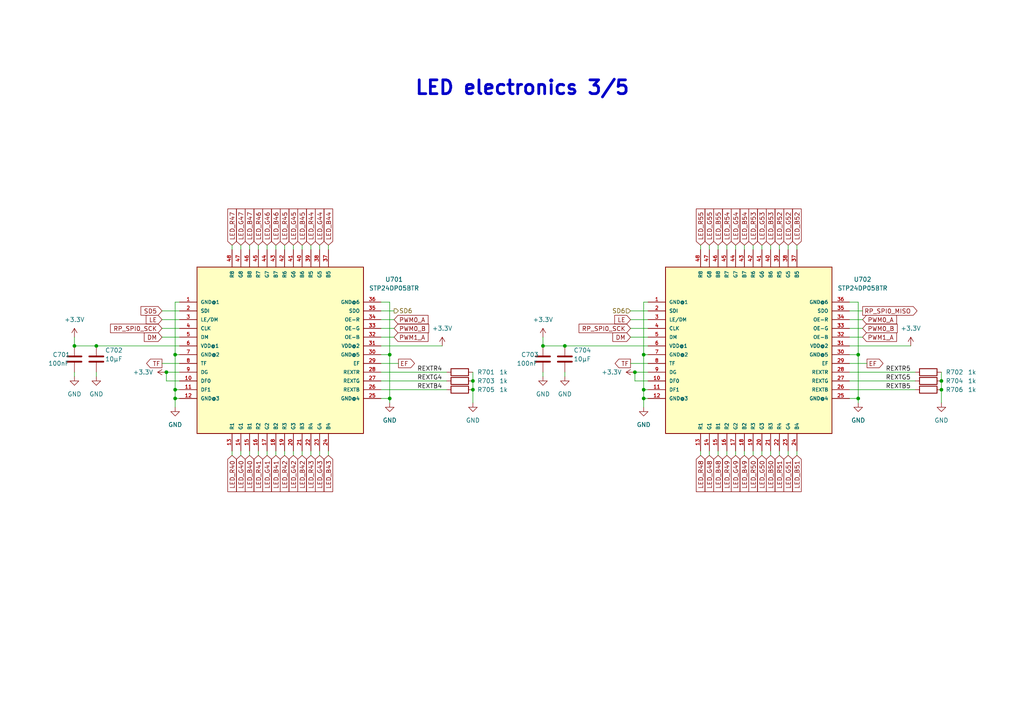
<source format=kicad_sch>
(kicad_sch (version 20231120) (generator "eeschema") (generator_version "8.0")
  (paper "A4")
  (lib_symbols
    (symbol "Device:C" (pin_numbers hide) (pin_names (offset 0.254))
      (property "Reference" "C" (at 0.635 2.54 0))
      (property "Value" "C" (at 0.635 -2.54 0))
      (symbol "C_0_1"
        (polyline (pts (xy -2.032 -0.762) (xy 2.032 -0.762)) (stroke (width 0.508)))
        (polyline (pts (xy -2.032 0.762) (xy 2.032 0.762)) (stroke (width 0.508)))
      )
      (symbol "C_1_1"
        (pin passive line (at 0 3.81 270) (length 2.794) (name "~") (number "1"))
        (pin passive line (at 0 -3.81 90) (length 2.794) (name "~") (number "2"))
      )
    )
    (symbol "Device:R" (pin_numbers hide) (pin_names (offset 0))
      (property "Reference" "R" (at 2.032 0 90))
      (property "Value" "R" (at 0 0 90))
      (symbol "R_0_1"
        (rectangle (start -1.016 -2.54) (end 1.016 2.54) (stroke (width 0.254)))
      )
      (symbol "R_1_1"
        (pin passive line (at 0 3.81 270) (length 1.27) (name "~") (number "1"))
        (pin passive line (at 0 -3.81 90) (length 1.27) (name "~") (number "2"))
      )
    )
    (symbol "STP24DP05BTR:STP24DP05BTR" (pin_names (offset 1.016))
      (property "Reference" "IC" (at -5.08 15.24 0))
      (property "Value" "STP24DP05BTR" (at -5.08 12.7 0))
      (symbol "STP24DP05BTR_0_0"
        (rectangle (start 5.08 -38.1) (end 53.34 10.16) (stroke (width 0.254)) (fill (type background)))
        (pin bidirectional line (at 0 0 0) (length 5.08) (name "GND@1") (number "1"))
        (pin bidirectional line (at 0 -22.86 0) (length 5.08) (name "DF0") (number "10"))
        (pin bidirectional line (at 0 -25.4 0) (length 5.08) (name "DF1") (number "11"))
        (pin bidirectional line (at 0 -27.94 0) (length 5.08) (name "GND@3") (number "12"))
        (pin bidirectional line (at 15.24 -43.18 90) (length 5.08) (name "R1") (number "13"))
        (pin bidirectional line (at 17.78 -43.18 90) (length 5.08) (name "G1") (number "14"))
        (pin bidirectional line (at 20.32 -43.18 90) (length 5.08) (name "B1") (number "15"))
        (pin bidirectional line (at 22.86 -43.18 90) (length 5.08) (name "R2") (number "16"))
        (pin bidirectional line (at 25.4 -43.18 90) (length 5.08) (name "G2") (number "17"))
        (pin bidirectional line (at 27.94 -43.18 90) (length 5.08) (name "B2") (number "18"))
        (pin bidirectional line (at 30.48 -43.18 90) (length 5.08) (name "R3") (number "19"))
        (pin bidirectional line (at 0 -2.54 0) (length 5.08) (name "SDI") (number "2"))
        (pin bidirectional line (at 33.02 -43.18 90) (length 5.08) (name "G3") (number "20"))
        (pin bidirectional line (at 35.56 -43.18 90) (length 5.08) (name "B3") (number "21"))
        (pin bidirectional line (at 38.1 -43.18 90) (length 5.08) (name "R4") (number "22"))
        (pin bidirectional line (at 40.64 -43.18 90) (length 5.08) (name "G4") (number "23"))
        (pin bidirectional line (at 43.18 -43.18 90) (length 5.08) (name "B4") (number "24"))
        (pin bidirectional line (at 58.42 -27.94 180) (length 5.08) (name "GND@4") (number "25"))
        (pin bidirectional line (at 58.42 -25.4 180) (length 5.08) (name "REXTB") (number "26"))
        (pin bidirectional line (at 58.42 -22.86 180) (length 5.08) (name "REXTG") (number "27"))
        (pin bidirectional line (at 58.42 -20.32 180) (length 5.08) (name "REXTR") (number "28"))
        (pin bidirectional line (at 58.42 -17.78 180) (length 5.08) (name "EF") (number "29"))
        (pin bidirectional line (at 0 -5.08 0) (length 5.08) (name "LE/DM") (number "3"))
        (pin bidirectional line (at 58.42 -15.24 180) (length 5.08) (name "GND@5") (number "30"))
        (pin bidirectional line (at 58.42 -12.7 180) (length 5.08) (name "VDD@2") (number "31"))
        (pin bidirectional line (at 58.42 -10.16 180) (length 5.08) (name "OE-B") (number "32"))
        (pin bidirectional line (at 58.42 -7.62 180) (length 5.08) (name "OE-G") (number "33"))
        (pin bidirectional line (at 58.42 -5.08 180) (length 5.08) (name "OE-R") (number "34"))
        (pin bidirectional line (at 58.42 -2.54 180) (length 5.08) (name "SDO") (number "35"))
        (pin bidirectional line (at 58.42 0 180) (length 5.08) (name "GND@6") (number "36"))
        (pin bidirectional line (at 43.18 15.24 270) (length 5.08) (name "B5") (number "37"))
        (pin bidirectional line (at 40.64 15.24 270) (length 5.08) (name "G5") (number "38"))
        (pin bidirectional line (at 38.1 15.24 270) (length 5.08) (name "R5") (number "39"))
        (pin bidirectional line (at 0 -7.62 0) (length 5.08) (name "CLK") (number "4"))
        (pin bidirectional line (at 35.56 15.24 270) (length 5.08) (name "B6") (number "40"))
        (pin bidirectional line (at 33.02 15.24 270) (length 5.08) (name "G6") (number "41"))
        (pin bidirectional line (at 30.48 15.24 270) (length 5.08) (name "R6") (number "42"))
        (pin bidirectional line (at 27.94 15.24 270) (length 5.08) (name "B7") (number "43"))
        (pin bidirectional line (at 25.4 15.24 270) (length 5.08) (name "G7") (number "44"))
        (pin bidirectional line (at 22.86 15.24 270) (length 5.08) (name "R7") (number "45"))
        (pin bidirectional line (at 20.32 15.24 270) (length 5.08) (name "B8") (number "46"))
        (pin bidirectional line (at 17.78 15.24 270) (length 5.08) (name "G8") (number "47"))
        (pin bidirectional line (at 15.24 15.24 270) (length 5.08) (name "R8") (number "48"))
        (pin bidirectional line (at 0 -10.16 0) (length 5.08) (name "DM") (number "5"))
        (pin bidirectional line (at 0 -12.7 0) (length 5.08) (name "VDD@1") (number "6"))
        (pin bidirectional line (at 0 -15.24 0) (length 5.08) (name "GND@2") (number "7"))
        (pin bidirectional line (at 0 -17.78 0) (length 5.08) (name "TF") (number "8"))
        (pin bidirectional line (at 0 -20.32 0) (length 5.08) (name "DG") (number "9"))
      )
    )
    (symbol "power:+3.3V" (power) (pin_names (offset 0))
      (property "Value" "+3.3V" (at 0 3.556 0))
      (symbol "+3.3V_0_1"
        (polyline (pts (xy -0.762 1.27) (xy 0 2.54)))
        (polyline (pts (xy 0 0) (xy 0 2.54)))
        (polyline (pts (xy 0 2.54) (xy 0.762 1.27)))
      )
      (symbol "+3.3V_1_1"
        (pin power_in line (at 0 0 90) (length 0) hide (name "+3.3V") (number "1"))
      )
    )
    (symbol "power:GND" (power) (pin_names (offset 0))
      (property "Value" "GND" (at 0 -3.81 0))
      (symbol "GND_0_1"
        (polyline (pts (xy 0 0) (xy 0 -1.27) (xy 1.27 -1.27) (xy 0 -2.54) (xy -1.27 -1.27) (xy 0 -1.27)))
      )
      (symbol "GND_1_1"
        (pin power_in line (at 0 0 270) (length 0) hide (name "GND") (number "1"))
      )
    )
  )
  (junction (at 50.8 102.87))
  (junction (at 27.94 100.33))
  (junction (at 21.59 100.33))
  (junction (at 163.83 100.33))
  (junction (at 50.8 113.03))
  (junction (at 273.05 113.03))
  (junction (at 137.16 113.03))
  (junction (at 184.15 107.95))
  (junction (at 113.03 115.57))
  (junction (at 48.26 107.95))
  (junction (at 248.92 115.57))
  (junction (at 186.69 115.57))
  (junction (at 186.69 102.87))
  (junction (at 113.03 102.87))
  (junction (at 50.8 115.57))
  (junction (at 137.16 110.49))
  (junction (at 248.92 102.87))
  (junction (at 157.48 100.33))
  (junction (at 186.69 113.03))
  (junction (at 273.05 110.49))
  (wire (pts (xy 186.69 87.63) (xy 186.69 102.87)))
  (wire (pts (xy 77.47 71.12) (xy 77.47 72.39)))
  (wire (pts (xy 82.55 130.81) (xy 82.55 132.08)))
  (wire (pts (xy 52.07 110.49) (xy 48.26 110.49)))
  (wire (pts (xy 182.88 92.71) (xy 187.96 92.71)))
  (wire (pts (xy 223.52 71.12) (xy 223.52 72.39)))
  (wire (pts (xy 90.17 71.12) (xy 90.17 72.39)))
  (wire (pts (xy 113.03 115.57) (xy 110.49 115.57)))
  (wire (pts (xy 163.83 100.33) (xy 187.96 100.33)))
  (wire (pts (xy 137.16 107.95) (xy 137.16 110.49)))
  (wire (pts (xy 46.99 97.79) (xy 52.07 97.79)))
  (wire (pts (xy 21.59 97.79) (xy 21.59 100.33)))
  (wire (pts (xy 137.16 113.03) (xy 137.16 116.84)))
  (wire (pts (xy 223.52 130.81) (xy 223.52 132.08)))
  (wire (pts (xy 46.99 90.17) (xy 52.07 90.17)))
  (wire (pts (xy 203.2 71.12) (xy 203.2 72.39)))
  (wire (pts (xy 220.98 130.81) (xy 220.98 132.08)))
  (wire (pts (xy 182.88 97.79) (xy 187.96 97.79)))
  (wire (pts (xy 208.28 71.12) (xy 208.28 72.39)))
  (wire (pts (xy 208.28 130.81) (xy 208.28 132.08)))
  (wire (pts (xy 113.03 115.57) (xy 113.03 116.84)))
  (wire (pts (xy 113.03 87.63) (xy 113.03 102.87)))
  (wire (pts (xy 113.03 102.87) (xy 113.03 115.57)))
  (wire (pts (xy 52.07 87.63) (xy 50.8 87.63)))
  (wire (pts (xy 72.39 130.81) (xy 72.39 132.08)))
  (wire (pts (xy 110.49 90.17) (xy 114.3 90.17)))
  (wire (pts (xy 46.99 105.41) (xy 52.07 105.41)))
  (wire (pts (xy 213.36 130.81) (xy 213.36 132.08)))
  (wire (pts (xy 110.49 95.25) (xy 114.3 95.25)))
  (wire (pts (xy 187.96 110.49) (xy 184.15 110.49)))
  (wire (pts (xy 82.55 71.12) (xy 82.55 72.39)))
  (wire (pts (xy 228.6 130.81) (xy 228.6 132.08)))
  (wire (pts (xy 218.44 71.12) (xy 218.44 72.39)))
  (wire (pts (xy 220.98 71.12) (xy 220.98 72.39)))
  (wire (pts (xy 110.49 87.63) (xy 113.03 87.63)))
  (wire (pts (xy 90.17 130.81) (xy 90.17 132.08)))
  (wire (pts (xy 157.48 107.95) (xy 157.48 109.22)))
  (wire (pts (xy 69.85 71.12) (xy 69.85 72.39)))
  (wire (pts (xy 113.03 102.87) (xy 110.49 102.87)))
  (wire (pts (xy 205.74 130.81) (xy 205.74 132.08)))
  (wire (pts (xy 87.63 130.81) (xy 87.63 132.08)))
  (wire (pts (xy 92.71 130.81) (xy 92.71 132.08)))
  (wire (pts (xy 110.49 107.95) (xy 129.54 107.95)))
  (wire (pts (xy 110.49 113.03) (xy 129.54 113.03)))
  (wire (pts (xy 246.38 110.49) (xy 265.43 110.49)))
  (wire (pts (xy 72.39 71.12) (xy 72.39 72.39)))
  (wire (pts (xy 74.93 71.12) (xy 74.93 72.39)))
  (wire (pts (xy 273.05 110.49) (xy 273.05 113.03)))
  (wire (pts (xy 85.09 71.12) (xy 85.09 72.39)))
  (wire (pts (xy 46.99 95.25) (xy 52.07 95.25)))
  (wire (pts (xy 231.14 130.81) (xy 231.14 132.08)))
  (wire (pts (xy 137.16 110.49) (xy 137.16 113.03)))
  (wire (pts (xy 215.9 130.81) (xy 215.9 132.08)))
  (wire (pts (xy 67.31 71.12) (xy 67.31 72.39)))
  (wire (pts (xy 246.38 95.25) (xy 250.19 95.25)))
  (wire (pts (xy 50.8 87.63) (xy 50.8 102.87)))
  (wire (pts (xy 246.38 100.33) (xy 264.16 100.33)))
  (wire (pts (xy 50.8 113.03) (xy 52.07 113.03)))
  (wire (pts (xy 46.99 92.71) (xy 52.07 92.71)))
  (wire (pts (xy 248.92 102.87) (xy 248.92 115.57)))
  (wire (pts (xy 182.88 95.25) (xy 187.96 95.25)))
  (wire (pts (xy 246.38 92.71) (xy 250.19 92.71)))
  (wire (pts (xy 163.83 107.95) (xy 163.83 109.22)))
  (wire (pts (xy 21.59 107.95) (xy 21.59 109.22)))
  (wire (pts (xy 246.38 97.79) (xy 250.19 97.79)))
  (wire (pts (xy 186.69 102.87) (xy 187.96 102.87)))
  (wire (pts (xy 50.8 102.87) (xy 50.8 113.03)))
  (wire (pts (xy 110.49 100.33) (xy 128.27 100.33)))
  (wire (pts (xy 110.49 92.71) (xy 114.3 92.71)))
  (wire (pts (xy 50.8 102.87) (xy 52.07 102.87)))
  (wire (pts (xy 48.26 107.95) (xy 52.07 107.95)))
  (wire (pts (xy 246.38 113.03) (xy 265.43 113.03)))
  (wire (pts (xy 248.92 115.57) (xy 248.92 116.84)))
  (wire (pts (xy 80.01 71.12) (xy 80.01 72.39)))
  (wire (pts (xy 228.6 71.12) (xy 228.6 72.39)))
  (wire (pts (xy 48.26 110.49) (xy 48.26 107.95)))
  (wire (pts (xy 27.94 107.95) (xy 27.94 109.22)))
  (wire (pts (xy 27.94 100.33) (xy 52.07 100.33)))
  (wire (pts (xy 248.92 102.87) (xy 246.38 102.87)))
  (wire (pts (xy 246.38 90.17) (xy 250.19 90.17)))
  (wire (pts (xy 248.92 87.63) (xy 248.92 102.87)))
  (wire (pts (xy 87.63 71.12) (xy 87.63 72.39)))
  (wire (pts (xy 231.14 71.12) (xy 231.14 72.39)))
  (wire (pts (xy 184.15 110.49) (xy 184.15 107.95)))
  (wire (pts (xy 187.96 87.63) (xy 186.69 87.63)))
  (wire (pts (xy 92.71 71.12) (xy 92.71 72.39)))
  (wire (pts (xy 77.47 130.81) (xy 77.47 132.08)))
  (wire (pts (xy 226.06 130.81) (xy 226.06 132.08)))
  (wire (pts (xy 186.69 115.57) (xy 187.96 115.57)))
  (wire (pts (xy 203.2 130.81) (xy 203.2 132.08)))
  (wire (pts (xy 186.69 113.03) (xy 187.96 113.03)))
  (wire (pts (xy 74.93 130.81) (xy 74.93 132.08)))
  (wire (pts (xy 67.31 130.81) (xy 67.31 132.08)))
  (wire (pts (xy 246.38 105.41) (xy 251.46 105.41)))
  (wire (pts (xy 210.82 130.81) (xy 210.82 132.08)))
  (wire (pts (xy 80.01 130.81) (xy 80.01 132.08)))
  (wire (pts (xy 85.09 130.81) (xy 85.09 132.08)))
  (wire (pts (xy 215.9 71.12) (xy 215.9 72.39)))
  (wire (pts (xy 182.88 105.41) (xy 187.96 105.41)))
  (wire (pts (xy 157.48 97.79) (xy 157.48 100.33)))
  (wire (pts (xy 210.82 71.12) (xy 210.82 72.39)))
  (wire (pts (xy 95.25 71.12) (xy 95.25 72.39)))
  (wire (pts (xy 50.8 115.57) (xy 50.8 118.11)))
  (wire (pts (xy 186.69 113.03) (xy 186.69 115.57)))
  (wire (pts (xy 246.38 107.95) (xy 265.43 107.95)))
  (wire (pts (xy 157.48 100.33) (xy 163.83 100.33)))
  (wire (pts (xy 226.06 71.12) (xy 226.06 72.39)))
  (wire (pts (xy 213.36 71.12) (xy 213.36 72.39)))
  (wire (pts (xy 182.88 90.17) (xy 187.96 90.17)))
  (wire (pts (xy 50.8 115.57) (xy 52.07 115.57)))
  (wire (pts (xy 246.38 87.63) (xy 248.92 87.63)))
  (wire (pts (xy 110.49 105.41) (xy 115.57 105.41)))
  (wire (pts (xy 273.05 107.95) (xy 273.05 110.49)))
  (wire (pts (xy 110.49 97.79) (xy 114.3 97.79)))
  (wire (pts (xy 273.05 113.03) (xy 273.05 116.84)))
  (wire (pts (xy 186.69 115.57) (xy 186.69 118.11)))
  (wire (pts (xy 248.92 115.57) (xy 246.38 115.57)))
  (wire (pts (xy 50.8 113.03) (xy 50.8 115.57)))
  (wire (pts (xy 21.59 100.33) (xy 27.94 100.33)))
  (wire (pts (xy 186.69 102.87) (xy 186.69 113.03)))
  (wire (pts (xy 205.74 71.12) (xy 205.74 72.39)))
  (wire (pts (xy 95.25 130.81) (xy 95.25 132.08)))
  (wire (pts (xy 218.44 130.81) (xy 218.44 132.08)))
  (wire (pts (xy 69.85 130.81) (xy 69.85 132.08)))
  (wire (pts (xy 110.49 110.49) (xy 129.54 110.49)))
  (wire (pts (xy 184.15 107.95) (xy 187.96 107.95)))
  (text "LED electronics 3/5" (at 182.88 27.94 0) (effects (font (size 4 4) (thickness 0.8) (bold yes)) (justify right bottom)))
  (label "REXTB5" (at 264.16 113.03 180))
  (label "REXTG4" (at 128.27 110.49 180))
  (label "REXTG5" (at 264.16 110.49 180))
  (label "REXTB4" (at 128.27 113.03 180))
  (label "REXTR4" (at 128.27 107.95 180))
  (label "REXTR5" (at 264.16 107.95 180))
  (global_label "LED_R51" (shape input) (at 226.06 132.08 270) (property "Intersheetrefs" "${INTERSHEET_REFS}" (effects (hide yes))))
  (global_label "EF" (shape output) (at 251.46 105.41 0) (property "Intersheetrefs" "${INTERSHEET_REFS}" (effects (hide yes))))
  (global_label "RP_SPI0_SCK" (shape input) (at 182.88 95.25 180) (property "Intersheetrefs" "${INTERSHEET_REFS}" (effects (hide yes))))
  (global_label "PWM0_A" (shape input) (at 250.19 92.71 0) (property "Intersheetrefs" "${INTERSHEET_REFS}" (effects (hide yes))))
  (global_label "LED_G47" (shape input) (at 69.85 71.12 90) (property "Intersheetrefs" "${INTERSHEET_REFS}" (effects (hide yes))))
  (global_label "LED_R55" (shape input) (at 203.2 71.12 90) (property "Intersheetrefs" "${INTERSHEET_REFS}" (effects (hide yes))))
  (global_label "LED_R45" (shape input) (at 82.55 71.12 90) (property "Intersheetrefs" "${INTERSHEET_REFS}" (effects (hide yes))))
  (global_label "LED_G44" (shape input) (at 92.71 71.12 90) (property "Intersheetrefs" "${INTERSHEET_REFS}" (effects (hide yes))))
  (global_label "LED_G50" (shape input) (at 220.98 132.08 270) (property "Intersheetrefs" "${INTERSHEET_REFS}" (effects (hide yes))))
  (global_label "LED_G48" (shape input) (at 205.74 132.08 270) (property "Intersheetrefs" "${INTERSHEET_REFS}" (effects (hide yes))))
  (global_label "LED_G41" (shape input) (at 77.47 132.08 270) (property "Intersheetrefs" "${INTERSHEET_REFS}" (effects (hide yes))))
  (global_label "PWM0_A" (shape input) (at 114.3 92.71 0) (property "Intersheetrefs" "${INTERSHEET_REFS}" (effects (hide yes))))
  (global_label "PWM1_A" (shape input) (at 250.19 97.79 0) (property "Intersheetrefs" "${INTERSHEET_REFS}" (effects (hide yes))))
  (global_label "LED_B53" (shape input) (at 223.52 71.12 90) (property "Intersheetrefs" "${INTERSHEET_REFS}" (effects (hide yes))))
  (global_label "LED_R47" (shape input) (at 67.31 71.12 90) (property "Intersheetrefs" "${INTERSHEET_REFS}" (effects (hide yes))))
  (global_label "LED_B49" (shape input) (at 215.9 132.08 270) (property "Intersheetrefs" "${INTERSHEET_REFS}" (effects (hide yes))))
  (global_label "LED_B43" (shape input) (at 95.25 132.08 270) (property "Intersheetrefs" "${INTERSHEET_REFS}" (effects (hide yes))))
  (global_label "PWM0_B" (shape input) (at 114.3 95.25 0) (property "Intersheetrefs" "${INTERSHEET_REFS}" (effects (hide yes))))
  (global_label "LED_B44" (shape input) (at 95.25 71.12 90) (property "Intersheetrefs" "${INTERSHEET_REFS}" (effects (hide yes))))
  (global_label "LED_G53" (shape input) (at 220.98 71.12 90) (property "Intersheetrefs" "${INTERSHEET_REFS}" (effects (hide yes))))
  (global_label "PWM1_A" (shape input) (at 114.3 97.79 0) (property "Intersheetrefs" "${INTERSHEET_REFS}" (effects (hide yes))))
  (global_label "LED_R54" (shape input) (at 210.82 71.12 90) (property "Intersheetrefs" "${INTERSHEET_REFS}" (effects (hide yes))))
  (global_label "RP_SPI0_MISO" (shape output) (at 250.19 90.17 0) (property "Intersheetrefs" "${INTERSHEET_REFS}" (effects (hide yes))))
  (global_label "LED_R52" (shape input) (at 226.06 71.12 90) (property "Intersheetrefs" "${INTERSHEET_REFS}" (effects (hide yes))))
  (global_label "LED_R49" (shape input) (at 210.82 132.08 270) (property "Intersheetrefs" "${INTERSHEET_REFS}" (effects (hide yes))))
  (global_label "LED_G55" (shape input) (at 205.74 71.12 90) (property "Intersheetrefs" "${INTERSHEET_REFS}" (effects (hide yes))))
  (global_label "LED_G52" (shape input) (at 228.6 71.12 90) (property "Intersheetrefs" "${INTERSHEET_REFS}" (effects (hide yes))))
  (global_label "LED_B52" (shape input) (at 231.14 71.12 90) (property "Intersheetrefs" "${INTERSHEET_REFS}" (effects (hide yes))))
  (global_label "RP_SPI0_SCK" (shape input) (at 46.99 95.25 180) (property "Intersheetrefs" "${INTERSHEET_REFS}" (effects (hide yes))))
  (global_label "LED_B45" (shape input) (at 87.63 71.12 90) (property "Intersheetrefs" "${INTERSHEET_REFS}" (effects (hide yes))))
  (global_label "TF" (shape output) (at 182.88 105.41 180) (property "Intersheetrefs" "${INTERSHEET_REFS}" (effects (hide yes))))
  (global_label "LED_G46" (shape input) (at 77.47 71.12 90) (property "Intersheetrefs" "${INTERSHEET_REFS}" (effects (hide yes))))
  (global_label "LE" (shape input) (at 46.99 92.71 180) (property "Intersheetrefs" "${INTERSHEET_REFS}" (effects (hide yes))))
  (global_label "LED_R50" (shape input) (at 218.44 132.08 270) (property "Intersheetrefs" "${INTERSHEET_REFS}" (effects (hide yes))))
  (global_label "TF" (shape output) (at 46.99 105.41 180) (property "Intersheetrefs" "${INTERSHEET_REFS}" (effects (hide yes))))
  (global_label "LED_R48" (shape input) (at 203.2 132.08 270) (property "Intersheetrefs" "${INTERSHEET_REFS}" (effects (hide yes))))
  (global_label "LED_B54" (shape input) (at 215.9 71.12 90) (property "Intersheetrefs" "${INTERSHEET_REFS}" (effects (hide yes))))
  (global_label "LED_G54" (shape input) (at 213.36 71.12 90) (property "Intersheetrefs" "${INTERSHEET_REFS}" (effects (hide yes))))
  (global_label "LED_B41" (shape input) (at 80.01 132.08 270) (property "Intersheetrefs" "${INTERSHEET_REFS}" (effects (hide yes))))
  (global_label "LED_B47" (shape input) (at 72.39 71.12 90) (property "Intersheetrefs" "${INTERSHEET_REFS}" (effects (hide yes))))
  (global_label "DM" (shape input) (at 182.88 97.79 180) (property "Intersheetrefs" "${INTERSHEET_REFS}" (effects (hide yes))))
  (global_label "LED_R44" (shape input) (at 90.17 71.12 90) (property "Intersheetrefs" "${INTERSHEET_REFS}" (effects (hide yes))))
  (global_label "SD5" (shape input) (at 46.99 90.17 180) (property "Intersheetrefs" "${INTERSHEET_REFS}" (effects (hide yes))))
  (global_label "LED_R46" (shape input) (at 74.93 71.12 90) (property "Intersheetrefs" "${INTERSHEET_REFS}" (effects (hide yes))))
  (global_label "LED_B55" (shape input) (at 208.28 71.12 90) (property "Intersheetrefs" "${INTERSHEET_REFS}" (effects (hide yes))))
  (global_label "PWM0_B" (shape input) (at 250.19 95.25 0) (property "Intersheetrefs" "${INTERSHEET_REFS}" (effects (hide yes))))
  (global_label "LED_R53" (shape input) (at 218.44 71.12 90) (property "Intersheetrefs" "${INTERSHEET_REFS}" (effects (hide yes))))
  (global_label "LED_G40" (shape input) (at 69.85 132.08 270) (property "Intersheetrefs" "${INTERSHEET_REFS}" (effects (hide yes))))
  (global_label "LED_G45" (shape input) (at 85.09 71.12 90) (property "Intersheetrefs" "${INTERSHEET_REFS}" (effects (hide yes))))
  (global_label "LED_R42" (shape input) (at 82.55 132.08 270) (property "Intersheetrefs" "${INTERSHEET_REFS}" (effects (hide yes))))
  (global_label "LED_B42" (shape input) (at 87.63 132.08 270) (property "Intersheetrefs" "${INTERSHEET_REFS}" (effects (hide yes))))
  (global_label "LED_R40" (shape input) (at 67.31 132.08 270) (property "Intersheetrefs" "${INTERSHEET_REFS}" (effects (hide yes))))
  (global_label "LED_R43" (shape input) (at 90.17 132.08 270) (property "Intersheetrefs" "${INTERSHEET_REFS}" (effects (hide yes))))
  (global_label "LED_G51" (shape input) (at 228.6 132.08 270) (property "Intersheetrefs" "${INTERSHEET_REFS}" (effects (hide yes))))
  (global_label "LED_G42" (shape input) (at 85.09 132.08 270) (property "Intersheetrefs" "${INTERSHEET_REFS}" (effects (hide yes))))
  (global_label "LED_B40" (shape input) (at 72.39 132.08 270) (property "Intersheetrefs" "${INTERSHEET_REFS}" (effects (hide yes))))
  (global_label "LED_B51" (shape input) (at 231.14 132.08 270) (property "Intersheetrefs" "${INTERSHEET_REFS}" (effects (hide yes))))
  (global_label "EF" (shape output) (at 115.57 105.41 0) (property "Intersheetrefs" "${INTERSHEET_REFS}" (effects (hide yes))))
  (global_label "LE" (shape input) (at 182.88 92.71 180) (property "Intersheetrefs" "${INTERSHEET_REFS}" (effects (hide yes))))
  (global_label "LED_R41" (shape input) (at 74.93 132.08 270) (property "Intersheetrefs" "${INTERSHEET_REFS}" (effects (hide yes))))
  (global_label "LED_B48" (shape input) (at 208.28 132.08 270) (property "Intersheetrefs" "${INTERSHEET_REFS}" (effects (hide yes))))
  (global_label "LED_B46" (shape input) (at 80.01 71.12 90) (property "Intersheetrefs" "${INTERSHEET_REFS}" (effects (hide yes))))
  (global_label "LED_B50" (shape input) (at 223.52 132.08 270) (property "Intersheetrefs" "${INTERSHEET_REFS}" (effects (hide yes))))
  (global_label "LED_G43" (shape input) (at 92.71 132.08 270) (property "Intersheetrefs" "${INTERSHEET_REFS}" (effects (hide yes))))
  (global_label "DM" (shape input) (at 46.99 97.79 180) (property "Intersheetrefs" "${INTERSHEET_REFS}" (effects (hide yes))))
  (global_label "LED_G49" (shape input) (at 213.36 132.08 270) (property "Intersheetrefs" "${INTERSHEET_REFS}" (effects (hide yes))))
  (hierarchical_label "SD6" (shape input) (at 182.88 90.17 180))
  (hierarchical_label "SD6" (shape output) (at 114.3 90.17 0))
  (symbol (lib_id "Device:R") (at 133.35 107.95 90) (unit 1)
    (property "Reference" "R701" (at 140.97 107.95 90))
    (property "Value" "1k" (at 146.05 107.95 90))
    (property "Footprint" "Resistor_SMD:R_0402_1005Metric" (effects (hide yes)))
    (property "LCSC" "C11702" (effects (hide yes)))
  )
  (symbol (lib_id "power:GND") (at 163.83 109.22 0) (unit 1)
    (property "Reference" "#PWR0708" (effects (hide yes)))
    (property "Value" "GND" (at 163.83 114.3 0))
  )
  (symbol (lib_id "Device:C") (at 21.59 104.14 0) (unit 1)
    (property "Reference" "C701" (at 15.24 102.87 0) (effects (justify left)))
    (property "Value" "100nF" (at 13.97 105.41 0) (effects (justify left)))
    (property "Footprint" "Capacitor_SMD:C_0402_1005Metric" (effects (hide yes)))
    (property "LCSC" "C307331" (effects (hide yes)))
  )
  (symbol (lib_id "power:+3.3V") (at 21.59 97.79 0) (unit 1)
    (property "Reference" "#PWR0701" (effects (hide yes)))
    (property "Value" "+3.3V" (at 21.59 92.71 0))
  )
  (symbol (lib_id "STP24DP05BTR:STP24DP05BTR") (at 52.07 87.63 0) (unit 1)
    (property "Reference" "U701" (at 114.3 81.0513 0))
    (property "Value" "STP24DP05BTR" (at 114.3 83.5913 0))
    (property "Footprint" "my_footprints:TQFP48-EP_STM" (effects (hide yes)))
    (property "Description" "\nLED Driver IC 24 Output Linear Shift Register Dimming 80mA 48-TQFP-EP (7x7)\n" (effects (hide yes)))
    (property "MF" "STMicroelectronics" (effects (hide yes)))
    (property "Package" "TQFP-48 STMicroelectronics" (effects (hide yes)))
    (property "Price" "None" (effects (hide yes)))
    (property "CAT" "2460713" (effects (hide yes)))
    (property "SnapEDA_Link" "https://www.snapeda.com/parts/STP24DP05BTR/STMicroelectronics/view-part/?ref=snap" (effects (hide yes)))
    (property "MP" "STP24DP05BTR" (effects (hide yes)))
    (property "Purchase-URL" "https://www.snapeda.com/api/url_track_click_mouser/?unipart_id=431154&manufacturer=STMicroelectronics&part_name=STP24DP05BTR&search_term=stp24dp05" (effects (hide yes)))
    (property "SUPPLIER" "farnell" (effects (hide yes)))
    (property "Availability" "In Stock" (effects (hide yes)))
    (property "Check_prices" "https://www.snapeda.com/parts/STP24DP05BTR/STMicroelectronics/view-part/?ref=eda" (effects (hide yes)))
    (property "LCSC" "C157417" (effects (hide yes)))
  )
  (symbol (lib_id "Device:R") (at 133.35 110.49 90) (unit 1)
    (property "Reference" "R703" (at 140.97 110.49 90))
    (property "Value" "1k" (at 146.05 110.49 90))
    (property "Footprint" "Resistor_SMD:R_0402_1005Metric" (effects (hide yes)))
    (property "LCSC" "C11702" (effects (hide yes)))
  )
  (symbol (lib_id "STP24DP05BTR:STP24DP05BTR") (at 187.96 87.63 0) (unit 1)
    (property "Reference" "U702" (at 250.19 81.0513 0))
    (property "Value" "STP24DP05BTR" (at 250.19 83.5913 0))
    (property "Footprint" "my_footprints:TQFP48-EP_STM" (effects (hide yes)))
    (property "Description" "\nLED Driver IC 24 Output Linear Shift Register Dimming 80mA 48-TQFP-EP (7x7)\n" (effects (hide yes)))
    (property "MF" "STMicroelectronics" (effects (hide yes)))
    (property "Package" "TQFP-48 STMicroelectronics" (effects (hide yes)))
    (property "Price" "None" (effects (hide yes)))
    (property "CAT" "2460713" (effects (hide yes)))
    (property "SnapEDA_Link" "https://www.snapeda.com/parts/STP24DP05BTR/STMicroelectronics/view-part/?ref=snap" (effects (hide yes)))
    (property "MP" "STP24DP05BTR" (effects (hide yes)))
    (property "Purchase-URL" "https://www.snapeda.com/api/url_track_click_mouser/?unipart_id=431154&manufacturer=STMicroelectronics&part_name=STP24DP05BTR&search_term=stp24dp05" (effects (hide yes)))
    (property "SUPPLIER" "farnell" (effects (hide yes)))
    (property "Availability" "In Stock" (effects (hide yes)))
    (property "Check_prices" "https://www.snapeda.com/parts/STP24DP05BTR/STMicroelectronics/view-part/?ref=eda" (effects (hide yes)))
    (property "LCSC" "C157417" (effects (hide yes)))
  )
  (symbol (lib_id "power:GND") (at 27.94 109.22 0) (unit 1)
    (property "Reference" "#PWR0706" (effects (hide yes)))
    (property "Value" "GND" (at 27.94 114.3 0))
  )
  (symbol (lib_id "power:GND") (at 248.92 116.84 0) (unit 1)
    (property "Reference" "#PWR0711" (effects (hide yes)))
    (property "Value" "GND" (at 248.92 121.92 0))
  )
  (symbol (lib_id "Device:R") (at 133.35 113.03 90) (unit 1)
    (property "Reference" "R705" (at 140.97 113.03 90))
    (property "Value" "1k" (at 146.05 113.03 90))
    (property "Footprint" "Resistor_SMD:R_0402_1005Metric" (effects (hide yes)))
    (property "LCSC" "C11702" (effects (hide yes)))
  )
  (symbol (lib_id "power:GND") (at 113.03 116.84 0) (unit 1)
    (property "Reference" "#PWR0709" (effects (hide yes)))
    (property "Value" "GND" (at 113.03 121.92 0))
  )
  (symbol (lib_id "power:GND") (at 157.48 109.22 0) (unit 1)
    (property "Reference" "#PWR0707" (effects (hide yes)))
    (property "Value" "GND" (at 157.48 114.3 0))
  )
  (symbol (lib_id "Device:C") (at 163.83 104.14 0) (unit 1)
    (property "Reference" "C704" (at 166.37 101.6 0) (effects (justify left)))
    (property "Value" "10µF" (at 166.37 104.14 0) (effects (justify left)))
    (property "Footprint" "Capacitor_SMD:C_0603_1608Metric" (effects (hide yes)))
    (property "LCSC" "C96446" (effects (hide yes)))
  )
  (symbol (lib_id "Device:R") (at 269.24 110.49 90) (unit 1)
    (property "Reference" "R704" (at 276.86 110.49 90))
    (property "Value" "1k" (at 281.94 110.49 90))
    (property "Footprint" "Resistor_SMD:R_0402_1005Metric" (effects (hide yes)))
    (property "LCSC" "C11702" (effects (hide yes)))
  )
  (symbol (lib_id "Device:R") (at 269.24 107.95 90) (unit 1)
    (property "Reference" "R702" (at 276.86 107.95 90))
    (property "Value" "1k" (at 281.94 107.95 90))
    (property "Footprint" "Resistor_SMD:R_0402_1005Metric" (effects (hide yes)))
    (property "LCSC" "C11702" (effects (hide yes)))
  )
  (symbol (lib_id "power:GND") (at 273.05 116.84 0) (unit 1)
    (property "Reference" "#PWR0712" (effects (hide yes)))
    (property "Value" "GND" (at 273.05 121.92 0))
  )
  (symbol (lib_id "power:GND") (at 21.59 109.22 0) (unit 1)
    (property "Reference" "#PWR0705" (effects (hide yes)))
    (property "Value" "GND" (at 21.59 114.3 0))
  )
  (symbol (lib_id "power:+3.3V") (at 48.26 107.95 90) (unit 1)
    (property "Reference" "#PWR0716" (effects (hide yes)))
    (property "Value" "+3.3V" (at 44.45 107.95 90) (effects (justify left)))
  )
  (symbol (lib_id "power:GND") (at 50.8 118.11 0) (unit 1)
    (property "Reference" "#PWR0713" (effects (hide yes)))
    (property "Value" "GND" (at 50.8 123.19 0))
  )
  (symbol (lib_id "power:GND") (at 186.69 118.11 0) (unit 1)
    (property "Reference" "#PWR0714" (effects (hide yes)))
    (property "Value" "GND" (at 186.69 123.19 0))
  )
  (symbol (lib_id "power:GND") (at 137.16 116.84 0) (unit 1)
    (property "Reference" "#PWR0710" (effects (hide yes)))
    (property "Value" "GND" (at 137.16 121.92 0))
  )
  (symbol (lib_id "power:+3.3V") (at 157.48 97.79 0) (unit 1)
    (property "Reference" "#PWR0702" (effects (hide yes)))
    (property "Value" "+3.3V" (at 157.48 92.71 0))
  )
  (symbol (lib_id "Device:C") (at 157.48 104.14 0) (unit 1)
    (property "Reference" "C703" (at 151.13 102.87 0) (effects (justify left)))
    (property "Value" "100nF" (at 149.86 105.41 0) (effects (justify left)))
    (property "Footprint" "Capacitor_SMD:C_0402_1005Metric" (effects (hide yes)))
    (property "LCSC" "C307331" (effects (hide yes)))
  )
  (symbol (lib_id "Device:C") (at 27.94 104.14 0) (unit 1)
    (property "Reference" "C702" (at 30.48 101.6 0) (effects (justify left)))
    (property "Value" "10µF" (at 30.48 104.14 0) (effects (justify left)))
    (property "Footprint" "Capacitor_SMD:C_0603_1608Metric" (effects (hide yes)))
    (property "LCSC" "C96446" (effects (hide yes)))
  )
  (symbol (lib_id "power:+3.3V") (at 128.27 100.33 0) (unit 1)
    (property "Reference" "#PWR0703" (effects (hide yes)))
    (property "Value" "+3.3V" (at 128.27 95.25 0))
  )
  (symbol (lib_id "power:+3.3V") (at 264.16 100.33 0) (unit 1)
    (property "Reference" "#PWR0704" (effects (hide yes)))
    (property "Value" "+3.3V" (at 264.16 95.25 0))
  )
  (symbol (lib_id "power:+3.3V") (at 184.15 107.95 90) (unit 1)
    (property "Reference" "#PWR0715" (effects (hide yes)))
    (property "Value" "+3.3V" (at 180.34 107.95 90) (effects (justify left)))
  )
  (symbol (lib_id "Device:R") (at 269.24 113.03 90) (unit 1)
    (property "Reference" "R706" (at 276.86 113.03 90))
    (property "Value" "1k" (at 281.94 113.03 90))
    (property "Footprint" "Resistor_SMD:R_0402_1005Metric" (effects (hide yes)))
    (property "LCSC" "C11702" (effects (hide yes)))
  )
)
</source>
